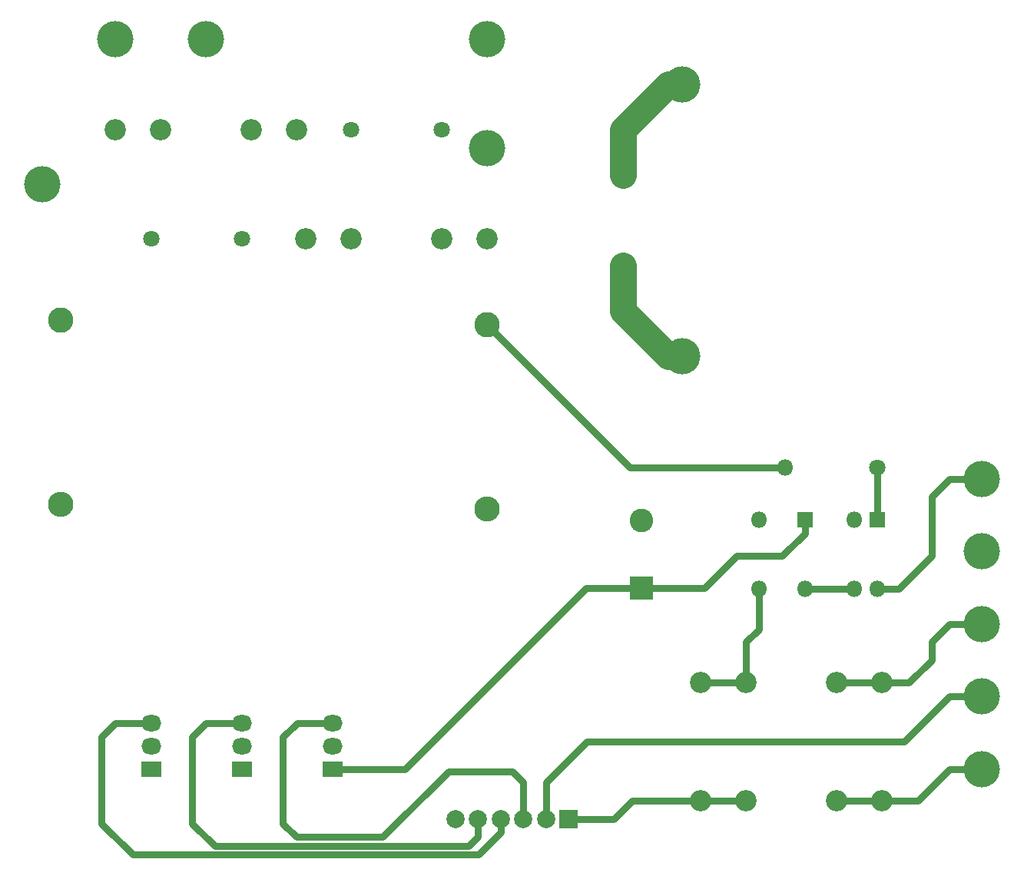
<source format=gtl>
%TF.GenerationSoftware,KiCad,Pcbnew,(5.1.7)-1*%
%TF.CreationDate,2022-01-04T16:30:19+01:00*%
%TF.ProjectId,cr-17xx-psu-board,63722d31-3778-4782-9d70-73752d626f61,rev?*%
%TF.SameCoordinates,Original*%
%TF.FileFunction,Copper,L1,Top*%
%TF.FilePolarity,Positive*%
%FSLAX46Y46*%
G04 Gerber Fmt 4.6, Leading zero omitted, Abs format (unit mm)*
G04 Created by KiCad (PCBNEW (5.1.7)-1) date 2022-01-04 16:30:19*
%MOMM*%
%LPD*%
G01*
G04 APERTURE LIST*
%TA.AperFunction,ComponentPad*%
%ADD10R,2.600000X2.600000*%
%TD*%
%TA.AperFunction,ComponentPad*%
%ADD11C,2.600000*%
%TD*%
%TA.AperFunction,ComponentPad*%
%ADD12O,1.800000X1.800000*%
%TD*%
%TA.AperFunction,ComponentPad*%
%ADD13R,1.800000X1.800000*%
%TD*%
%TA.AperFunction,ComponentPad*%
%ADD14R,2.200000X1.800000*%
%TD*%
%TA.AperFunction,ComponentPad*%
%ADD15O,2.200000X1.800000*%
%TD*%
%TA.AperFunction,ComponentPad*%
%ADD16C,1.800000*%
%TD*%
%TA.AperFunction,ComponentPad*%
%ADD17C,2.350000*%
%TD*%
%TA.AperFunction,ComponentPad*%
%ADD18C,2.800000*%
%TD*%
%TA.AperFunction,ComponentPad*%
%ADD19O,2.800000X2.800000*%
%TD*%
%TA.AperFunction,ComponentPad*%
%ADD20C,4.000500*%
%TD*%
%TA.AperFunction,ComponentPad*%
%ADD21R,2.000000X2.000000*%
%TD*%
%TA.AperFunction,ComponentPad*%
%ADD22C,2.000000*%
%TD*%
%TA.AperFunction,Conductor*%
%ADD23C,3.000000*%
%TD*%
%TA.AperFunction,Conductor*%
%ADD24C,0.750000*%
%TD*%
G04 APERTURE END LIST*
D10*
X90000000Y-84560000D03*
D11*
X90000000Y-77060000D03*
D12*
X108000000Y-84620000D03*
X102920000Y-77000000D03*
X102920000Y-84620000D03*
D13*
X108000000Y-77000000D03*
D14*
X56000000Y-104540000D03*
D15*
X56000000Y-102000000D03*
X56000000Y-99460000D03*
D13*
X116000000Y-77000000D03*
D12*
X113460000Y-84620000D03*
X113460000Y-77000000D03*
X116000000Y-84620000D03*
D16*
X116000000Y-71250000D03*
D12*
X105840000Y-71250000D03*
D14*
X46000000Y-104540000D03*
D15*
X46000000Y-102000000D03*
X46000000Y-99460000D03*
D14*
X36000000Y-104540000D03*
D15*
X36000000Y-102000000D03*
X36000000Y-99460000D03*
D17*
X68000000Y-46000000D03*
X73000000Y-46000000D03*
X58000000Y-46000000D03*
X53000000Y-46000000D03*
X37000000Y-34000000D03*
X32000000Y-34000000D03*
X47000000Y-34000000D03*
X52000000Y-34000000D03*
D18*
X26000000Y-55000000D03*
D19*
X26000000Y-75320000D03*
D18*
X73000000Y-55500000D03*
D19*
X73000000Y-75820000D03*
D16*
X46000000Y-46000000D03*
X36000000Y-46000000D03*
X58000000Y-34000000D03*
X68000000Y-34000000D03*
D20*
X24000000Y-40000000D03*
X73000000Y-36000000D03*
X32000000Y-24000000D03*
X73000000Y-24000000D03*
D17*
X88000000Y-39000000D03*
X88000000Y-34000000D03*
X88000000Y-49000000D03*
X88000000Y-54000000D03*
D21*
X82000000Y-110000000D03*
D22*
X79500000Y-110000000D03*
X77000000Y-110000000D03*
X74500000Y-110000000D03*
X72000000Y-110000000D03*
X69500000Y-110000000D03*
D17*
X111500000Y-108000000D03*
X116500000Y-108000000D03*
X101500000Y-108000000D03*
X96500000Y-108000000D03*
X111500000Y-95000000D03*
X116500000Y-95000000D03*
X101500000Y-95000000D03*
X96500000Y-95000000D03*
D20*
X42000000Y-24000000D03*
X94500000Y-59000000D03*
X94500000Y-29000000D03*
X127500000Y-104500000D03*
X127500000Y-96500000D03*
X127500000Y-88500000D03*
X127500000Y-80500000D03*
X127500000Y-72500000D03*
D23*
X93000000Y-29000000D02*
X88000000Y-34000000D01*
X94500000Y-29000000D02*
X93000000Y-29000000D01*
X88000000Y-34000000D02*
X88000000Y-39000000D01*
X93000000Y-59000000D02*
X88000000Y-54000000D01*
X94500000Y-59000000D02*
X93000000Y-59000000D01*
X88000000Y-54000000D02*
X88000000Y-49000000D01*
D24*
X116000000Y-71250000D02*
X116000000Y-77000000D01*
X118380000Y-84620000D02*
X116000000Y-84620000D01*
X122000000Y-81000000D02*
X118380000Y-84620000D01*
X122000000Y-74500000D02*
X122000000Y-81000000D01*
X124000000Y-72500000D02*
X122000000Y-74500000D01*
X127500000Y-72500000D02*
X124000000Y-72500000D01*
X72000000Y-112000000D02*
X72000000Y-110000000D01*
X71000000Y-113000000D02*
X72000000Y-112000000D01*
X40500000Y-101000000D02*
X40500000Y-110500000D01*
X43000000Y-113000000D02*
X43500000Y-113000000D01*
X46000000Y-99460000D02*
X42040000Y-99460000D01*
X40500000Y-110500000D02*
X43000000Y-113000000D01*
X43500000Y-113000000D02*
X71000000Y-113000000D01*
X42040000Y-99460000D02*
X40500000Y-101000000D01*
X77000000Y-106000000D02*
X77000000Y-110000000D01*
X75750000Y-104750000D02*
X77000000Y-106000000D01*
X68750000Y-104750000D02*
X75750000Y-104750000D01*
X61500000Y-112000000D02*
X68750000Y-104750000D01*
X52000000Y-112000000D02*
X61500000Y-112000000D01*
X50500000Y-110500000D02*
X52000000Y-112000000D01*
X50500000Y-101000000D02*
X50500000Y-110500000D01*
X52040000Y-99460000D02*
X50500000Y-101000000D01*
X56000000Y-99460000D02*
X52040000Y-99460000D01*
X74500000Y-111500000D02*
X74500000Y-110000000D01*
X72049990Y-113950010D02*
X74500000Y-111500000D01*
X33950010Y-113950010D02*
X34950010Y-113950010D01*
X30500000Y-101000000D02*
X30500000Y-110500000D01*
X32040000Y-99460000D02*
X30500000Y-101000000D01*
X36000000Y-99460000D02*
X32040000Y-99460000D01*
X34950010Y-113950010D02*
X72049990Y-113950010D01*
X30500000Y-110500000D02*
X33950010Y-113950010D01*
X87500000Y-70000000D02*
X73000000Y-55500000D01*
X105840000Y-71250000D02*
X88750000Y-71250000D01*
X86875000Y-69375000D02*
X73000000Y-55500000D01*
X88750000Y-71250000D02*
X86875000Y-69375000D01*
X108000000Y-77000000D02*
X108000000Y-78500000D01*
X108000000Y-78500000D02*
X105500000Y-81000000D01*
X56000000Y-104540000D02*
X63960000Y-104540000D01*
X100500000Y-81000000D02*
X105500000Y-81000000D01*
X96940000Y-84560000D02*
X100500000Y-81000000D01*
X83940000Y-84560000D02*
X63960000Y-104540000D01*
X96940000Y-84560000D02*
X83940000Y-84560000D01*
X108000000Y-84620000D02*
X113460000Y-84620000D01*
X101500000Y-95000000D02*
X96500000Y-95000000D01*
X101500000Y-95000000D02*
X101500000Y-90500000D01*
X102920000Y-89080000D02*
X102920000Y-84620000D01*
X101500000Y-90500000D02*
X102920000Y-89080000D01*
X111500000Y-95000000D02*
X116500000Y-95000000D01*
X119500000Y-95000000D02*
X116500000Y-95000000D01*
X122000000Y-92500000D02*
X119500000Y-95000000D01*
X124000000Y-88500000D02*
X122000000Y-90500000D01*
X122000000Y-90500000D02*
X122000000Y-92500000D01*
X127500000Y-88500000D02*
X124000000Y-88500000D01*
X111500000Y-108000000D02*
X116500000Y-108000000D01*
X127500000Y-104500000D02*
X124000000Y-104500000D01*
X120500000Y-108000000D02*
X116500000Y-108000000D01*
X124000000Y-104500000D02*
X120500000Y-108000000D01*
X101500000Y-108000000D02*
X96500000Y-108000000D01*
X96500000Y-108000000D02*
X89000000Y-108000000D01*
X87000000Y-110000000D02*
X82000000Y-110000000D01*
X89000000Y-108000000D02*
X87000000Y-110000000D01*
X79500000Y-106000000D02*
X84000000Y-101500000D01*
X79500000Y-110000000D02*
X79500000Y-106000000D01*
X127500000Y-96500000D02*
X124000000Y-96500000D01*
X124000000Y-96500000D02*
X119000000Y-101500000D01*
X84000000Y-101500000D02*
X119000000Y-101500000D01*
M02*

</source>
